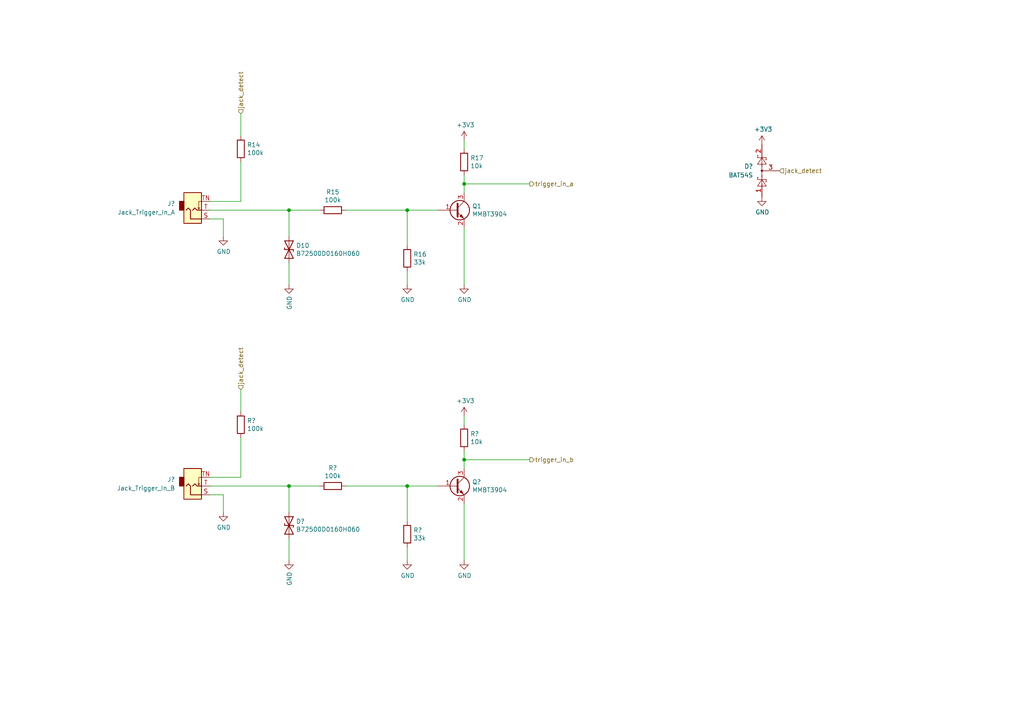
<source format=kicad_sch>
(kicad_sch (version 20211123) (generator eeschema)
  (paper "A4")
  (lib_symbols
    (symbol "Connector:AudioJack2_SwitchT"
      (property "Reference" "J" (at 0 8.89 0))
      (property "Value" "AudioJack2_SwitchT" (at 0 6.35 0))
      (symbol "AudioJack2_SwitchT_0_1"
        (rectangle (start -2.54 0) (end -3.81 -2.54) (stroke (width 0.254)) (fill (type outline)))
        (polyline (pts (xy 1.778 -0.254) (xy 2.032 -0.762)))
        (polyline (pts (xy 0 0) (xy 0.635 -0.635) (xy 1.27 0) (xy 2.54 0)) (stroke (width 0.254)))
        (polyline (pts (xy 2.54 -2.54) (xy 1.778 -2.54) (xy 1.778 -0.254) (xy 1.524 -0.762)))
        (polyline (pts (xy 2.54 2.54) (xy -0.635 2.54) (xy -0.635 0) (xy -1.27 -0.635) (xy -1.905 0)) (stroke (width 0.254)))
        (rectangle (start 2.54 3.81) (end -2.54 -5.08) (stroke (width 0.254)) (fill (type background)))
      )
      (symbol "AudioJack2_SwitchT_1_1"
        (pin passive line (at 5.08 2.54 180) (length 2.54) (name "~") (number "S"))
        (pin passive line (at 5.08 0 180) (length 2.54) (name "~") (number "T"))
        (pin passive line (at 5.08 -2.54 180) (length 2.54) (name "~") (number "TN"))
      )
    )
    (symbol "Device:D_TVS" (pin_numbers hide) (pin_names (offset 1.016) hide)
      (property "Reference" "D" (at 0 2.54 0))
      (property "Value" "D_TVS" (at 0 -2.54 0))
      (symbol "D_TVS_0_1"
        (polyline (pts (xy 1.27 0) (xy -1.27 0)))
        (polyline (pts (xy 0.508 1.27) (xy 0 1.27) (xy 0 -1.27) (xy -0.508 -1.27)) (stroke (width 0.254)))
        (polyline (pts (xy -2.54 1.27) (xy -2.54 -1.27) (xy 2.54 1.27) (xy 2.54 -1.27) (xy -2.54 1.27)) (stroke (width 0.254)))
      )
      (symbol "D_TVS_1_1"
        (pin passive line (at -3.81 0 0) (length 2.54) (name "A1") (number "1"))
        (pin passive line (at 3.81 0 180) (length 2.54) (name "A2") (number "2"))
      )
    )
    (symbol "Device:R" (pin_numbers hide) (pin_names (offset 0))
      (property "Reference" "R" (at 2.032 0 90))
      (property "Value" "R" (at 0 0 90))
      (symbol "R_0_1"
        (rectangle (start -1.016 -2.54) (end 1.016 2.54) (stroke (width 0.254)))
      )
      (symbol "R_1_1"
        (pin passive line (at 0 3.81 270) (length 1.27) (name "~") (number "1"))
        (pin passive line (at 0 -3.81 90) (length 1.27) (name "~") (number "2"))
      )
    )
    (symbol "Diode:BAT54S" (pin_names (offset 1.016))
      (property "Reference" "D" (at 0.635 -3.81 0))
      (property "Value" "BAT54S" (at -6.35 3.175 0))
      (symbol "BAT54S_0_1"
        (polyline (pts (xy -3.81 0) (xy -1.27 0)))
        (polyline (pts (xy -3.175 -1.27) (xy -3.175 -1.016)))
        (polyline (pts (xy -2.54 -1.27) (xy -3.175 -1.27)))
        (polyline (pts (xy -2.54 -1.27) (xy -2.54 1.27)))
        (polyline (pts (xy -2.54 1.27) (xy -1.905 1.27)))
        (polyline (pts (xy -1.905 0) (xy 1.905 0)))
        (polyline (pts (xy -1.905 1.27) (xy -1.905 1.016)))
        (polyline (pts (xy 1.27 0) (xy 3.81 0)))
        (polyline (pts (xy 3.175 -1.27) (xy 3.175 -1.016)))
        (polyline (pts (xy 3.81 -1.27) (xy 3.175 -1.27)))
        (polyline (pts (xy 3.81 -1.27) (xy 3.81 1.27)))
        (polyline (pts (xy 3.81 1.27) (xy 4.445 1.27)))
        (polyline (pts (xy 4.445 1.27) (xy 4.445 1.016)))
        (polyline (pts (xy -4.445 1.27) (xy -4.445 -1.27) (xy -2.54 0) (xy -4.445 1.27)))
        (polyline (pts (xy 1.905 1.27) (xy 1.905 -1.27) (xy 3.81 0) (xy 1.905 1.27)))
        (circle (center 0 0) (radius 0.254) (fill (type outline)))
      )
      (symbol "BAT54S_1_1"
        (pin passive line (at -7.62 0 0) (length 3.81) (name "~") (number "1"))
        (pin passive line (at 7.62 0 180) (length 3.81) (name "~") (number "2"))
        (pin passive line (at 0 -5.08 90) (length 5.08) (name "~") (number "3"))
      )
    )
    (symbol "Transistor_BJT:MMBT3904" (pin_names (offset 0) hide)
      (property "Reference" "Q" (at 5.08 1.905 0))
      (property "Value" "MMBT3904" (at 5.08 0 0))
      (symbol "MMBT3904_0_1"
        (polyline (pts (xy 0.635 0.635) (xy 2.54 2.54)))
        (polyline (pts (xy 0.635 -0.635) (xy 2.54 -2.54) (xy 2.54 -2.54)))
        (polyline (pts (xy 0.635 1.905) (xy 0.635 -1.905) (xy 0.635 -1.905)) (stroke (width 0.508)))
        (polyline (pts (xy 1.27 -1.778) (xy 1.778 -1.27) (xy 2.286 -2.286) (xy 1.27 -1.778) (xy 1.27 -1.778)) (fill (type outline)))
        (circle (center 1.27 0) (radius 2.8194) (stroke (width 0.254)))
      )
      (symbol "MMBT3904_1_1"
        (pin input line (at -5.08 0 0) (length 5.715) (name "B") (number "1"))
        (pin passive line (at 2.54 -5.08 90) (length 2.54) (name "E") (number "2"))
        (pin passive line (at 2.54 5.08 270) (length 2.54) (name "C") (number "3"))
      )
    )
    (symbol "power:+3.3V" (power) (pin_names (offset 0))
      (property "Value" "+3.3V" (at 0 3.556 0))
      (symbol "+3.3V_0_1"
        (polyline (pts (xy -0.762 1.27) (xy 0 2.54)))
        (polyline (pts (xy 0 0) (xy 0 2.54)))
        (polyline (pts (xy 0 2.54) (xy 0.762 1.27)))
      )
      (symbol "+3.3V_1_1"
        (pin power_in line (at 0 0 90) (length 0) hide (name "+3V3") (number "1"))
      )
    )
    (symbol "power:GND" (power) (pin_names (offset 0))
      (property "Value" "GND" (at 0 -3.81 0))
      (symbol "GND_0_1"
        (polyline (pts (xy 0 0) (xy 0 -1.27) (xy 1.27 -1.27) (xy 0 -2.54) (xy -1.27 -1.27) (xy 0 -1.27)))
      )
      (symbol "GND_1_1"
        (pin power_in line (at 0 0 270) (length 0) hide (name "GND") (number "1"))
      )
    )
  )
  (junction (at 118.11 60.96))
  (junction (at 83.82 140.97))
  (junction (at 134.62 53.34))
  (junction (at 134.62 133.35))
  (junction (at 118.11 140.97))
  (junction (at 83.82 60.96))
  (wire (pts (xy 118.11 60.96) (xy 118.11 71.12)))
  (wire (pts (xy 134.62 82.55) (xy 134.62 66.04)))
  (wire (pts (xy 118.11 140.97) (xy 127 140.97)))
  (wire (pts (xy 134.62 53.34) (xy 134.62 55.88)))
  (wire (pts (xy 134.62 43.18) (xy 134.62 40.64)))
  (wire (pts (xy 83.82 140.97) (xy 83.82 148.59)))
  (wire (pts (xy 100.33 60.96) (xy 118.11 60.96)))
  (wire (pts (xy 69.85 113.03) (xy 69.85 119.38)))
  (wire (pts (xy 64.77 143.51) (xy 64.77 148.59)))
  (wire (pts (xy 118.11 162.56) (xy 118.11 158.75)))
  (wire (pts (xy 60.96 138.43) (xy 69.85 138.43)))
  (wire (pts (xy 69.85 58.42) (xy 69.85 46.99)))
  (wire (pts (xy 134.62 123.19) (xy 134.62 120.65)))
  (wire (pts (xy 83.82 82.55) (xy 83.82 76.2)))
  (wire (pts (xy 134.62 130.81) (xy 134.62 133.35)))
  (wire (pts (xy 153.67 53.34) (xy 134.62 53.34)))
  (wire (pts (xy 64.77 63.5) (xy 64.77 68.58)))
  (wire (pts (xy 69.85 33.02) (xy 69.85 39.37)))
  (wire (pts (xy 83.82 60.96) (xy 83.82 68.58)))
  (wire (pts (xy 60.96 140.97) (xy 83.82 140.97)))
  (wire (pts (xy 134.62 50.8) (xy 134.62 53.34)))
  (wire (pts (xy 60.96 60.96) (xy 83.82 60.96)))
  (wire (pts (xy 69.85 138.43) (xy 69.85 127)))
  (wire (pts (xy 118.11 82.55) (xy 118.11 78.74)))
  (wire (pts (xy 153.67 133.35) (xy 134.62 133.35)))
  (wire (pts (xy 60.96 63.5) (xy 64.77 63.5)))
  (wire (pts (xy 134.62 162.56) (xy 134.62 146.05)))
  (wire (pts (xy 60.96 58.42) (xy 69.85 58.42)))
  (wire (pts (xy 83.82 162.56) (xy 83.82 156.21)))
  (wire (pts (xy 83.82 60.96) (xy 92.71 60.96)))
  (wire (pts (xy 134.62 133.35) (xy 134.62 135.89)))
  (wire (pts (xy 100.33 140.97) (xy 118.11 140.97)))
  (wire (pts (xy 118.11 60.96) (xy 127 60.96)))
  (wire (pts (xy 83.82 140.97) (xy 92.71 140.97)))
  (wire (pts (xy 118.11 140.97) (xy 118.11 151.13)))
  (wire (pts (xy 60.96 143.51) (xy 64.77 143.51)))
  (hierarchical_label "jack_detect" (shape input) (at 69.85 113.03 90))
  (hierarchical_label "trigger_in_b" (shape output) (at 153.67 133.35 0))
  (hierarchical_label "jack_detect" (shape input) (at 226.06 49.53 0))
  (hierarchical_label "trigger_in_a" (shape output) (at 153.67 53.34 0))
  (hierarchical_label "jack_detect" (shape input) (at 69.85 33.02 90))
  (symbol (lib_id "Transistor_BJT:MMBT3904") (at 132.08 60.96 0) (unit 1)
    (property "Reference" "Q1" (at 136.9314 59.7916 0) (effects (justify left)))
    (property "Value" "MMBT3904" (at 136.9314 62.103 0) (effects (justify left)))
    (property "Footprint" "Package_TO_SOT_SMD:SOT-23" (effects hide))
    (property "Datasheet" "https://www.fairchildsemi.com/datasheets/2N/2N3904.pdf" (effects hide))
    (property "LCSC Part #" "C20526" (effects hide))
    (property "LCSC" "C20526" (effects hide))
  )
  (symbol (lib_id "Device:R") (at 134.62 46.99 0) (unit 1)
    (property "Reference" "R17" (at 136.398 45.8216 0) (effects (justify left)))
    (property "Value" "10k" (at 136.398 48.133 0) (effects (justify left)))
    (property "Footprint" "Resistor_SMD:R_0603_1608Metric" (effects hide))
    (property "LCSC Part #" "C25804" (effects hide))
    (property "LCSC" "C25804" (effects hide))
  )
  (symbol (lib_id "Device:R") (at 69.85 43.18 0) (unit 1)
    (property "Reference" "R14" (at 71.628 42.0116 0) (effects (justify left)))
    (property "Value" "100k" (at 71.628 44.323 0) (effects (justify left)))
    (property "Footprint" "Resistor_SMD:R_0603_1608Metric" (effects hide))
    (property "LCSC Part #" "C25803" (effects hide))
    (property "LCSC" "C25803" (effects hide))
  )
  (symbol (lib_id "Device:R") (at 96.52 60.96 270) (unit 1)
    (property "Reference" "R15" (at 96.52 55.7022 90))
    (property "Value" "100k" (at 96.52 58.0136 90))
    (property "Footprint" "Resistor_SMD:R_0603_1608Metric" (effects hide))
    (property "LCSC Part #" "C25803" (effects hide))
    (property "LCSC" "C25803" (effects hide))
  )
  (symbol (lib_id "Device:R") (at 118.11 74.93 0) (unit 1)
    (property "Reference" "R16" (at 119.888 73.7616 0) (effects (justify left)))
    (property "Value" "33k" (at 119.888 76.073 0) (effects (justify left)))
    (property "Footprint" "Resistor_SMD:R_0603_1608Metric" (effects hide))
    (property "LCSC Part #" "C4216" (effects hide))
    (property "LCSC" "C4216" (effects hide))
  )
  (symbol (lib_id "power:GND") (at 64.77 68.58 0) (unit 1)
    (property "Reference" "#PWR049" (effects hide))
    (property "Value" "GND" (at 64.897 72.9742 0))
  )
  (symbol (lib_id "power:+3.3V") (at 134.62 40.64 0) (unit 1)
    (property "Reference" "#PWR052" (effects hide))
    (property "Value" "+3.3V" (at 135.001 36.2458 0))
  )
  (symbol (lib_id "power:GND") (at 118.11 82.55 0) (unit 1)
    (property "Reference" "#PWR051" (effects hide))
    (property "Value" "GND" (at 118.237 86.9442 0))
  )
  (symbol (lib_id "power:GND") (at 134.62 82.55 0) (unit 1)
    (property "Reference" "#PWR053" (effects hide))
    (property "Value" "GND" (at 134.747 86.9442 0))
  )
  (symbol (lib_id "Device:D_TVS") (at 83.82 72.39 270) (unit 1)
    (property "Reference" "D10" (at 85.852 71.2216 90) (effects (justify left)))
    (property "Value" "B72500D0160H060" (at 85.852 73.533 90) (effects (justify left)))
    (property "Footprint" "Diode_SMD:D_0603_1608Metric" (effects hide))
    (property "Datasheet" "https://product.tdk.com/info/en/documents/data_sheet/75/ds/High_speed_series.pdf" (effects hide))
  )
  (symbol (lib_id "power:GND") (at 83.82 82.55 0) (unit 1)
    (property "Reference" "#PWR050" (effects hide))
    (property "Value" "GND" (at 83.947 85.8012 90) (effects (justify right)))
  )
  (symbol (lib_id "power:GND") (at 83.82 162.56 0) (unit 1)
    (property "Reference" "#PWR?" (effects hide))
    (property "Value" "GND" (at 83.947 165.8112 90) (effects (justify right)))
  )
  (symbol (lib_id "power:GND") (at 134.62 162.56 0) (unit 1)
    (property "Reference" "#PWR?" (effects hide))
    (property "Value" "GND" (at 134.747 166.9542 0))
  )
  (symbol (lib_id "power:GND") (at 118.11 162.56 0) (unit 1)
    (property "Reference" "#PWR?" (effects hide))
    (property "Value" "GND" (at 118.237 166.9542 0))
  )
  (symbol (lib_id "Device:R") (at 96.52 140.97 270) (unit 1)
    (property "Reference" "R?" (at 96.52 135.7122 90))
    (property "Value" "100k" (at 96.52 138.0236 90))
    (property "Footprint" "Resistor_SMD:R_0603_1608Metric" (effects hide))
    (property "LCSC Part #" "C25803" (effects hide))
    (property "LCSC" "C25803" (effects hide))
  )
  (symbol (lib_id "Connector:AudioJack2_SwitchT") (at 55.88 140.97 0) (mirror x) (unit 1)
    (property "Reference" "J?" (at 50.8 139.0649 0) (effects (justify right)))
    (property "Value" "Jack_Trigger_In_B" (at 50.8 141.6049 0) (effects (justify right)))
    (property "Footprint" "AudioJacks:Jack_3.5mm_QingPu_WQP-PJ301BM_Vertical" (effects hide))
  )
  (symbol (lib_id "Connector:AudioJack2_SwitchT") (at 55.88 60.96 0) (mirror x) (unit 1)
    (property "Reference" "J?" (at 50.8 59.0549 0) (effects (justify right)))
    (property "Value" "Jack_Trigger_In_A" (at 50.8 61.5949 0) (effects (justify right)))
    (property "Footprint" "AudioJacks:Jack_3.5mm_QingPu_WQP-PJ301BM_Vertical" (effects hide))
  )
  (symbol (lib_id "Device:R") (at 69.85 123.19 0) (unit 1)
    (property "Reference" "R?" (at 71.628 122.0216 0) (effects (justify left)))
    (property "Value" "100k" (at 71.628 124.333 0) (effects (justify left)))
    (property "Footprint" "Resistor_SMD:R_0603_1608Metric" (effects hide))
    (property "LCSC Part #" "C25803" (effects hide))
    (property "LCSC" "C25803" (effects hide))
  )
  (symbol (lib_id "power:GND") (at 64.77 148.59 0) (unit 1)
    (property "Reference" "#PWR?" (effects hide))
    (property "Value" "GND" (at 64.897 152.9842 0))
  )
  (symbol (lib_id "Transistor_BJT:MMBT3904") (at 132.08 140.97 0) (unit 1)
    (property "Reference" "Q?" (at 136.9314 139.8016 0) (effects (justify left)))
    (property "Value" "MMBT3904" (at 136.9314 142.113 0) (effects (justify left)))
    (property "Footprint" "Package_TO_SOT_SMD:SOT-23" (effects hide))
    (property "Datasheet" "https://www.fairchildsemi.com/datasheets/2N/2N3904.pdf" (effects hide))
    (property "LCSC Part #" "C20526" (effects hide))
    (property "LCSC" "C20526" (effects hide))
  )
  (symbol (lib_id "power:GND") (at 220.98 57.15 0) (unit 1)
    (property "Reference" "#PWR?" (effects hide))
    (property "Value" "GND" (at 221.107 61.5442 0))
  )
  (symbol (lib_id "Device:R") (at 134.62 127 0) (unit 1)
    (property "Reference" "R?" (at 136.398 125.8316 0) (effects (justify left)))
    (property "Value" "10k" (at 136.398 128.143 0) (effects (justify left)))
    (property "Footprint" "Resistor_SMD:R_0603_1608Metric" (effects hide))
    (property "LCSC Part #" "C25804" (effects hide))
    (property "LCSC" "C25804" (effects hide))
  )
  (symbol (lib_id "Diode:BAT54S") (at 220.98 49.53 90) (unit 1)
    (property "Reference" "D?" (at 218.44 48.2599 90) (effects (justify left)))
    (property "Value" "BAT54S" (at 218.44 50.7999 90) (effects (justify left)))
    (property "Footprint" "Package_TO_SOT_SMD:SOT-23" (effects hide))
    (property "Datasheet" "https://www.diodes.com/assets/Datasheets/ds11005.pdf" (effects hide))
  )
  (symbol (lib_id "Device:R") (at 118.11 154.94 0) (unit 1)
    (property "Reference" "R?" (at 119.888 153.7716 0) (effects (justify left)))
    (property "Value" "33k" (at 119.888 156.083 0) (effects (justify left)))
    (property "Footprint" "Resistor_SMD:R_0603_1608Metric" (effects hide))
    (property "LCSC Part #" "C4216" (effects hide))
    (property "LCSC" "C4216" (effects hide))
  )
  (symbol (lib_id "Device:D_TVS") (at 83.82 152.4 270) (unit 1)
    (property "Reference" "D?" (at 85.852 151.2316 90) (effects (justify left)))
    (property "Value" "B72500D0160H060" (at 85.852 153.543 90) (effects (justify left)))
    (property "Footprint" "Diode_SMD:D_0603_1608Metric" (effects hide))
    (property "Datasheet" "https://product.tdk.com/info/en/documents/data_sheet/75/ds/High_speed_series.pdf" (effects hide))
  )
  (symbol (lib_id "power:+3.3V") (at 134.62 120.65 0) (unit 1)
    (property "Reference" "#PWR?" (effects hide))
    (property "Value" "+3.3V" (at 135.001 116.2558 0))
  )
  (symbol (lib_id "power:+3.3V") (at 220.98 41.91 0) (unit 1)
    (property "Reference" "#PWR?" (effects hide))
    (property "Value" "+3.3V" (at 221.361 37.5158 0))
  )
)
</source>
